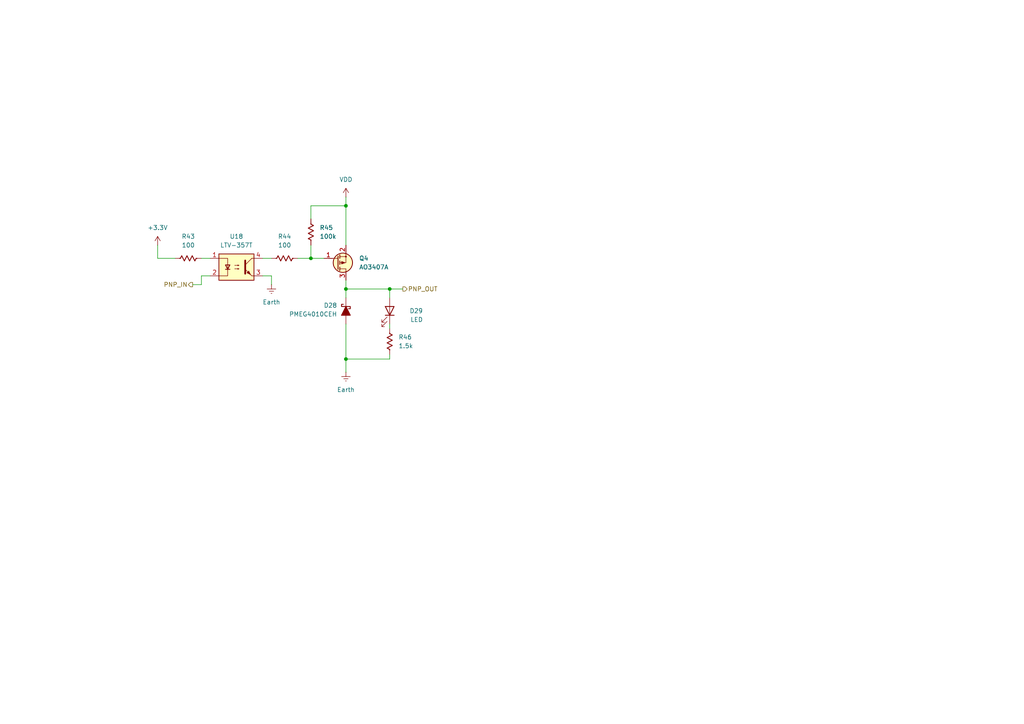
<source format=kicad_sch>
(kicad_sch (version 20250114) (generator "eeschema") (generator_version "9.0")
  (paper "A4")
  (lib_symbols
    (symbol "EasyEDA:+3.3V" (power) (pin_numbers (hide yes)) (pin_names (offset 0) (hide yes))
      (property "Value" "+3.3V" (at 0 3.556 0))
      (symbol "+3.3V_0_1"
        (polyline (pts (xy -0.762 1.27) (xy 0 2.54)))
        (polyline (pts (xy 0 2.54) (xy 0.762 1.27)))
        (polyline (pts (xy 0 0) (xy 0 2.54)))
      )
      (symbol "+3.3V_1_1"
        (pin power_in line (at 0 0 90) (length 0) (name "~") (number "1"))
      )
    )
    (symbol "EasyEDA:AO3407A" (pin_names (hide yes))
      (property "Reference" "Q" (at 5.08 1.27 0))
      (property "Value" "AO3407A" (at 5.08 -1.27 0))
      (symbol "AO3407A_0_1"
        (polyline (pts (xy 0.254 1.27) (xy -2.54 1.27)))
        (polyline (pts (xy 0.254 -1.905) (xy 0.254 1.905)) (stroke (width 0.254)))
        (polyline (pts (xy 0.762 1.778) (xy 2.54 1.778)))
        (polyline (pts (xy 0.762 1.27) (xy 0.762 2.286)) (stroke (width 0.254)))
        (polyline (pts (xy 0.762 -0.508) (xy 0.762 0.508)) (stroke (width 0.254)))
        (polyline (pts (xy 0.762 -1.778) (xy 2.54 -1.778)))
        (polyline (pts (xy 0.762 -2.286) (xy 0.762 -1.27)) (stroke (width 0.254)))
        (polyline (pts (xy 2.286 0) (xy 1.27 -0.381) (xy 1.27 0.381) (xy 2.286 0)) (fill (type outline)))
        (polyline (pts (xy 2.54 2.54) (xy 2.54 0) (xy 0.762 0)))
        (polyline (pts (xy 2.54 -2.54) (xy 2.54 -1.778)))
      )
      (symbol "AO3407A_1_1"
        (circle (center 1.651 0) (radius 2.794) (stroke (width 0.254)) (fill (type background)))
        (circle (center 2.54 1.778) (radius 0.1778) (fill (type outline)))
        (pin input line (at -3.81 1.27 0) (length 2.54) (name "G") (number "1"))
        (pin passive line (at 2.54 5.08 270) (length 2.54) (name "S") (number "2"))
        (pin passive line (at 2.54 -5.08 90) (length 2.54) (name "D") (number "3"))
      )
    )
    (symbol "EasyEDA:LED" (pin_numbers (hide yes)) (pin_names (offset 1.016) (hide yes))
      (property "Reference" "D" (at 0 2.54 0))
      (property "Value" "LED" (at 0 -2.54 0))
      (symbol "LED_0_1"
        (polyline (pts (xy -3.048 -0.762) (xy -4.572 -2.286) (xy -3.81 -2.286) (xy -4.572 -2.286) (xy -4.572 -1.524)))
        (polyline (pts (xy -1.778 -0.762) (xy -3.302 -2.286) (xy -2.54 -2.286) (xy -3.302 -2.286) (xy -3.302 -1.524)))
        (polyline (pts (xy -1.27 0) (xy 1.27 0)))
        (polyline (pts (xy -1.27 -1.27) (xy -1.27 1.27)) (stroke (width 0.254)))
        (polyline (pts (xy 1.27 -1.27) (xy 1.27 1.27) (xy -1.27 0) (xy 1.27 -1.27)) (stroke (width 0.254)))
      )
      (symbol "LED_1_1"
        (pin passive line (at -3.81 0 0) (length 2.54) (name "K") (number "1"))
        (pin passive line (at 3.81 0 180) (length 2.54) (name "A") (number "2"))
      )
    )
    (symbol "EasyEDA:LTV-357T" (pin_names (offset 1.016))
      (property "Reference" "U" (at -5.334 4.826 0))
      (property "Value" "LTV-357T" (at 0 5.08 0))
      (symbol "LTV-357T_0_1"
        (rectangle (start -5.08 3.81) (end 5.08 -3.81) (stroke (width 0.254)) (fill (type background)))
        (polyline (pts (xy -5.08 2.54) (xy -2.54 2.54) (xy -2.54 -0.762)))
        (polyline (pts (xy -3.175 -0.635) (xy -1.905 -0.635)) (stroke (width 0.254)))
        (polyline (pts (xy -2.54 -0.635) (xy -2.54 -2.54) (xy -5.08 -2.54)))
        (polyline (pts (xy -2.54 -0.635) (xy -3.175 0.635) (xy -1.905 0.635) (xy -2.54 -0.635)) (stroke (width 0.254)))
        (polyline (pts (xy -0.508 0.508) (xy 0.762 0.508) (xy 0.381 0.381) (xy 0.381 0.635) (xy 0.762 0.508)))
        (polyline (pts (xy -0.508 -0.508) (xy 0.762 -0.508) (xy 0.381 -0.635) (xy 0.381 -0.381) (xy 0.762 -0.508)))
        (polyline (pts (xy 2.54 1.905) (xy 2.54 -1.905)) (stroke (width 0.508)))
        (polyline (pts (xy 2.54 0.635) (xy 4.445 2.54)))
        (polyline (pts (xy 3.048 -1.651) (xy 3.556 -1.143) (xy 4.064 -2.159) (xy 3.048 -1.651)) (fill (type outline)))
        (polyline (pts (xy 4.445 2.54) (xy 5.08 2.54)))
        (polyline (pts (xy 4.445 -2.54) (xy 2.54 -0.635)) (fill (type outline)))
        (polyline (pts (xy 4.445 -2.54) (xy 5.08 -2.54)))
      )
      (symbol "LTV-357T_1_1"
        (pin passive line (at -7.62 2.54 0) (length 2.54) (name "~") (number "1"))
        (pin passive line (at -7.62 -2.54 0) (length 2.54) (name "~") (number "2"))
        (pin passive line (at 7.62 2.54 180) (length 2.54) (name "~") (number "4"))
        (pin passive line (at 7.62 -2.54 180) (length 2.54) (name "~") (number "3"))
      )
    )
    (symbol "EasyEDA:PMEG4010CEH" (pin_numbers (hide yes)) (pin_names (offset 1.016) (hide yes))
      (property "Reference" "D" (at 0 5.08 0))
      (property "Value" "PMEG4010CEH" (at 0 2.54 0))
      (symbol "PMEG4010CEH_0_1"
        (polyline (pts (xy -1.27 0) (xy 1.27 0)))
        (polyline (pts (xy -1.27 -1.27) (xy -1.27 1.27) (xy 1.27 0) (xy -1.27 -1.27)) (stroke (width 0.254)) (fill (type outline)))
        (polyline (pts (xy 1.905 -0.762) (xy 1.905 -1.27) (xy 1.27 -1.27) (xy 1.27 1.27) (xy 0.635 1.27) (xy 0.635 0.762)) (stroke (width 0.254)))
      )
      (symbol "PMEG4010CEH_0_2"
        (polyline (pts (xy -2.54 -2.54) (xy 2.54 2.54)))
        (polyline (pts (xy -0.889 -0.889) (xy -1.778 0) (xy 0.889 0.889) (xy 0 -1.778) (xy -0.889 -0.889)) (stroke (width 0.254)) (fill (type outline)))
        (polyline (pts (xy 0 1.778) (xy 1.778 0)) (stroke (width 0.254)))
        (polyline (pts (xy 0 1.778) (xy -0.381 1.397) (xy 0 1.016)) (stroke (width 0.254)))
        (polyline (pts (xy 1.778 0) (xy 2.159 0.381) (xy 1.778 0.762)) (stroke (width 0.254)))
      )
      (symbol "PMEG4010CEH_1_1"
        (pin passive line (at -3.81 0 0) (length 2.54) (name "A") (number "2"))
        (pin passive line (at 3.81 0 180) (length 2.54) (name "K") (number "1"))
      )
      (symbol "PMEG4010CEH_1_2"
        (pin passive line (at -2.54 -2.54 0) (length 0) (name "A") (number "2"))
        (pin passive line (at 2.54 2.54 180) (length 0) (name "K") (number "1"))
      )
    )
    (symbol "EasyEDA:R_0603" (pin_numbers (hide yes)) (pin_names (offset 0))
      (property "Reference" "R" (at 2.54 1.27 0))
      (property "Value" "R_0603" (at 2.54 -1.27 0))
      (symbol "R_0603_0_1"
        (polyline (pts (xy 0 2.286) (xy 0 2.54)) (stroke (width 0.254)))
        (polyline (pts (xy 0 2.286) (xy 0.762 1.905) (xy -0.762 1.143) (xy 0 0.762) (xy 0.762 0.381) (xy 0 0) (xy -0.762 -0.381) (xy 0 -0.762) (xy 0.762 -1.143) (xy 0 -1.524) (xy -0.762 -1.905) (xy 0 -2.286)) (stroke (width 0.254)))
        (polyline (pts (xy 0 -2.286) (xy 0 -2.54)) (stroke (width 0.254)))
      )
      (symbol "R_0603_0_2"
        (polyline (pts (xy -2.54 -2.54) (xy -1.778 -1.778)))
        (polyline (pts (xy -1.778 -1.778) (xy -1.524 -1.524)) (stroke (width 0.254)))
        (polyline (pts (xy -1.524 -1.524) (xy -1.778 -0.762) (xy -1.016 -1.016)) (stroke (width 0.254)))
        (polyline (pts (xy -0.508 -0.508) (xy -0.762 0.254) (xy 0 0)) (stroke (width 0.254)))
        (polyline (pts (xy -0.508 -0.508) (xy -0.254 -1.27) (xy -1.016 -1.016)) (stroke (width 0.254)))
        (polyline (pts (xy 0.508 0.508) (xy 0.254 1.27) (xy 1.016 1.016)) (stroke (width 0.254)))
        (polyline (pts (xy 0.508 0.508) (xy 0.762 -0.254) (xy 0 0)) (stroke (width 0.254)))
        (polyline (pts (xy 1.524 1.524) (xy 1.778 0.762) (xy 1.016 1.016)) (stroke (width 0.254)))
        (polyline (pts (xy 1.778 1.778) (xy 1.524 1.524)) (stroke (width 0.254)))
        (polyline (pts (xy 1.778 1.778) (xy 2.54 2.54)))
      )
      (symbol "R_0603_1_1"
        (pin passive line (at 0 3.81 270) (length 1.27) (name "~") (number "1"))
        (pin passive line (at 0 -3.81 90) (length 1.27) (name "~") (number "2"))
      )
      (symbol "R_0603_1_2"
        (pin passive line (at -2.54 -2.54 0) (length 0) (name "") (number "2"))
        (pin passive line (at 2.54 2.54 180) (length 0) (name "") (number "1"))
      )
    )
    (symbol "power:Earth" (power) (pin_numbers (hide yes)) (pin_names (offset 0) (hide yes))
      (property "Value" "Earth" (at 0 -3.81 0))
      (symbol "Earth_0_1"
        (polyline (pts (xy -0.635 -1.905) (xy 0.635 -1.905)))
        (polyline (pts (xy -0.127 -2.54) (xy 0.127 -2.54)))
        (polyline (pts (xy 0 -1.27) (xy 0 0)))
        (polyline (pts (xy 1.27 -1.27) (xy -1.27 -1.27)))
      )
      (symbol "Earth_1_1"
        (pin power_in line (at 0 0 270) (length 0) (name "~") (number "1"))
      )
    )
    (symbol "power:VDD" (power) (pin_numbers (hide yes)) (pin_names (offset 0) (hide yes))
      (property "Value" "VDD" (at 0 3.556 0))
      (symbol "VDD_0_1"
        (polyline (pts (xy -0.762 1.27) (xy 0 2.54)))
        (polyline (pts (xy 0 2.54) (xy 0.762 1.27)))
        (polyline (pts (xy 0 0) (xy 0 2.54)))
      )
      (symbol "VDD_1_1"
        (pin power_in line (at 0 0 90) (length 0) (name "~") (number "1"))
      )
    )
  )
  (junction (at 100.33 104.14))
  (junction (at 90.17 74.93))
  (junction (at 100.33 83.82))
  (junction (at 100.33 59.69))
  (junction (at 113.03 83.82))
  (wire (pts (xy 100.33 81.28) (xy 100.33 83.82)))
  (wire (pts (xy 90.17 74.93) (xy 86.36 74.93)))
  (wire (pts (xy 113.03 102.87) (xy 113.03 104.14)))
  (wire (pts (xy 100.33 57.15) (xy 100.33 59.69)))
  (wire (pts (xy 100.33 59.69) (xy 90.17 59.69)))
  (wire (pts (xy 55.88 82.55) (xy 58.42 82.55)))
  (wire (pts (xy 45.72 74.93) (xy 50.8 74.93)))
  (wire (pts (xy 58.42 74.93) (xy 60.96 74.93)))
  (wire (pts (xy 100.33 93.98) (xy 100.33 104.14)))
  (wire (pts (xy 76.2 74.93) (xy 78.74 74.93)))
  (wire (pts (xy 113.03 83.82) (xy 116.84 83.82)))
  (wire (pts (xy 78.74 82.55) (xy 78.74 80.01)))
  (wire (pts (xy 100.33 83.82) (xy 113.03 83.82)))
  (wire (pts (xy 113.03 83.82) (xy 113.03 86.36)))
  (wire (pts (xy 113.03 93.98) (xy 113.03 95.25)))
  (wire (pts (xy 90.17 59.69) (xy 90.17 63.5)))
  (wire (pts (xy 100.33 104.14) (xy 113.03 104.14)))
  (wire (pts (xy 90.17 74.93) (xy 93.98 74.93)))
  (wire (pts (xy 100.33 83.82) (xy 100.33 86.36)))
  (wire (pts (xy 58.42 82.55) (xy 58.42 80.01)))
  (wire (pts (xy 100.33 59.69) (xy 100.33 71.12)))
  (wire (pts (xy 78.74 80.01) (xy 76.2 80.01)))
  (wire (pts (xy 100.33 104.14) (xy 100.33 107.95)))
  (wire (pts (xy 45.72 71.12) (xy 45.72 74.93)))
  (wire (pts (xy 58.42 80.01) (xy 60.96 80.01)))
  (wire (pts (xy 90.17 71.12) (xy 90.17 74.93)))
  (hierarchical_label "PNP_OUT" (shape output) (at 116.84 83.82 0))
  (hierarchical_label "PNP_IN" (shape output) (at 55.88 82.55 180))
  (symbol (lib_id "power:Earth") (at 100.33 107.95 0) (unit 1)
    (property "Reference" "#PWR042" (effects (hide yes)))
    (property "Value" "Earth" (at 100.33 113.03 0))
    (property "Description" "Power symbol creates a global label with name \"Earth\"" (effects (hide yes)))
    (instances (project "Nivara_PCB" (path "" (reference "#PWR067") (unit 1)) (path "" (reference "#PWR042") (unit 1))))
  )
  (symbol (lib_id "power:Earth") (at 78.74 82.55 0) (unit 1)
    (property "Reference" "#PWR040" (effects (hide yes)))
    (property "Value" "Earth" (at 78.74 87.63 0))
    (property "Description" "Power symbol creates a global label with name \"Earth\"" (effects (hide yes)))
    (instances (project "Nivara_PCB" (path "" (reference "#PWR065") (unit 1)) (path "" (reference "#PWR040") (unit 1))))
  )
  (symbol (lib_id "EasyEDA:PMEG4010CEH") (at 100.33 90.17 270) (mirror x) (unit 1)
    (property "Reference" "D15" (at 97.79 88.5824 90) (effects (justify right)))
    (property "Value" "PMEG4010CEH" (at 97.79 91.1224 90) (effects (justify right)))
    (property "Footprint" "PCM_Diode_SMD_AKL:D_SOD-123F" (effects (hide yes)))
    (property "Datasheet" "https://www.lcsc.com/datasheet/C193342.pdf" (effects (hide yes)))
    (property "Description" "SOD-123F Schottky diode, 40V, 1A, Alternate KiCAD Library" (effects (hide yes)))
    (property "Part #" "PMEG4010CEH,115" (effects (hide yes)))
    (property "LCSC Part" "C193342" (effects (hide yes)))
    (instances (project "Nivara_PCB" (path "" (reference "D28") (unit 1)) (path "" (reference "D15") (unit 1))))
  )
  (symbol (lib_id "EasyEDA:+3.3V") (at 45.72 71.12 0) (unit 1)
    (property "Reference" "#PWR039" (effects (hide yes)))
    (property "Value" "+3.3V" (at 45.72 66.04 0))
    (property "Description" "Power symbol creates a global label with name \"+3.3V\"" (effects (hide yes)))
    (instances (project "Nivara_PCB" (path "" (reference "#PWR064") (unit 1)) (path "" (reference "#PWR039") (unit 1))))
  )
  (symbol (lib_id "EasyEDA:R_0603") (at 82.55 74.93 270) (unit 1)
    (property "Reference" "R22" (at 82.55 68.58 90))
    (property "Value" "100" (at 82.55 71.12 90))
    (property "Footprint" "PCM_Resistor_SMD_AKL:R_0603_1608Metric" (effects (hide yes)))
    (property "Datasheet" "https://www.lcsc.com/datasheet/C105588.pdf" (effects (hide yes)))
    (property "Description" "SMD 0603 Chip Resistor, US Symbol, Alternate KiCad Library" (effects (hide yes)))
    (property "Part #" "0603WAF1000T5E" (effects (hide yes)))
    (property "LCSC Part" "C22775" (effects (hide yes)))
    (instances (project "Nivara_PCB" (path "" (reference "R44") (unit 1)) (path "" (reference "R22") (unit 1))))
  )
  (symbol (lib_id "EasyEDA:AO3407A") (at 97.79 76.2 0) (unit 1)
    (property "Reference" "Q2" (at 104.14 74.9299 0) (effects (justify left)))
    (property "Value" "AO3407A" (at 104.14 77.4699 0) (effects (justify left)))
    (property "Footprint" "PCM_Package_TO_SOT_SMD_AKL:SOT-23" (effects (hide yes)))
    (property "Datasheet" "https://www.lcsc.com/datasheet/C15155.pdf" (effects (hide yes)))
    (property "Description" "SOT-23 P-MOSFET enchancement mode transistor, 30V, 4.3A, 1.4W, Alternate KiCAD Library" (effects (hide yes)))
    (property "Part #" "AO3407A" (effects (hide yes)))
    (property "LCSC Part" "C15155" (effects (hide yes)))
    (instances (project "Nivara_PCB" (path "" (reference "Q4") (unit 1)) (path "" (reference "Q2") (unit 1))))
  )
  (symbol (lib_id "EasyEDA:LED") (at 113.03 90.17 270) (mirror x) (unit 1)
    (property "Reference" "D16" (at 122.682 90.17 90) (effects (justify right)))
    (property "Value" "LED" (at 122.682 92.71 90) (effects (justify right)))
    (property "Footprint" "LED_SMD:LED_0603_1608Metric" (effects (hide yes)))
    (property "Datasheet" "https://www.lcsc.com/datasheet/C440520.pdf" (effects (hide yes)))
    (property "Description" "Light emitting diode" (effects (hide yes)))
    (property "Sim.Pins" "1=K 2=A" (effects (hide yes)))
    (property "LCSC Part" "C12065" (effects (hide yes)))
    (property "Part #" "LTST-C193TGKT-5A" (effects (hide yes)))
    (instances (project "Nivara_PCB" (path "" (reference "D29") (unit 1)) (path "" (reference "D16") (unit 1))))
  )
  (symbol (lib_id "EasyEDA:LTV-357T") (at 68.58 77.47 0) (unit 1)
    (property "Reference" "U11" (at 68.58 68.58 0))
    (property "Value" "LTV-357T" (at 68.58 71.12 0))
    (property "Footprint" "Package_SO:SO-4_4.4x3.6mm_P2.54mm" (effects (hide yes)))
    (property "Datasheet" "https://www.lcsc.com/datasheet/C119091.pdf" (effects (hide yes)))
    (property "Description" "DC Optocoupler, Vce 35V, CTR 50%, SO-4" (effects (hide yes)))
    (property "Part #" "LTV-357T-C" (effects (hide yes)))
    (property "LCSC Part" "C119091" (effects (hide yes)))
    (instances (project "Nivara_PCB" (path "" (reference "U18") (unit 1)) (path "" (reference "U11") (unit 1))))
  )
  (symbol (lib_id "EasyEDA:R_0603") (at 90.17 67.31 0) (unit 1)
    (property "Reference" "R23" (at 92.71 66.0399 0) (effects (justify left)))
    (property "Value" "100k" (at 92.71 68.5799 0) (effects (justify left)))
    (property "Footprint" "PCM_Resistor_SMD_AKL:R_0603_1608Metric" (effects (hide yes)))
    (property "Datasheet" "https://jlcpcb.com/api/file/downloadByFileSystemAccessId/8579706350726930432" (effects (hide yes)))
    (property "Description" "SMD 0603 Chip Resistor, US Symbol, Alternate KiCad Library" (effects (hide yes)))
    (property "Part #" "0603WAF1003T5E" (effects (hide yes)))
    (property "LCSC Part" "C25803" (effects (hide yes)))
    (instances (project "Nivara_PCB" (path "" (reference "R45") (unit 1)) (path "" (reference "R23") (unit 1))))
  )
  (symbol (lib_id "EasyEDA:R_0603") (at 54.61 74.93 90) (unit 1)
    (property "Reference" "R21" (at 54.61 68.58 90))
    (property "Value" "100" (at 54.61 71.12 90))
    (property "Footprint" "PCM_Resistor_SMD_AKL:R_0603_1608Metric" (effects (hide yes)))
    (property "Datasheet" "https://www.lcsc.com/datasheet/C105588.pdf" (effects (hide yes)))
    (property "Description" "SMD 0603 Chip Resistor, US Symbol, Alternate KiCad Library" (effects (hide yes)))
    (property "Part #" "0603WAF1000T5E" (effects (hide yes)))
    (property "LCSC Part" "C22775" (effects (hide yes)))
    (instances (project "Nivara_PCB" (path "" (reference "R43") (unit 1)) (path "" (reference "R21") (unit 1))))
  )
  (symbol (lib_id "EasyEDA:R_0603") (at 113.03 99.06 0) (unit 1)
    (property "Reference" "R24" (at 115.57 97.7899 0) (effects (justify left)))
    (property "Value" "1.5k" (at 115.57 100.3299 0) (effects (justify left)))
    (property "Footprint" "PCM_Resistor_SMD_AKL:R_0603_1608Metric" (effects (hide yes)))
    (property "Datasheet" "https://www.lcsc.com/datasheet/C114668.pdf" (effects (hide yes)))
    (property "Description" "SMD 0603 Chip Resistor, US Symbol, Alternate KiCad Library" (effects (hide yes)))
    (property "Part #" "0603WAF1501T5E" (effects (hide yes)))
    (property "LCSC Part" "C22843" (effects (hide yes)))
    (instances (project "Nivara_PCB" (path "" (reference "R46") (unit 1)) (path "" (reference "R24") (unit 1))))
  )
  (symbol (lib_id "power:VDD") (at 100.33 57.15 0) (unit 1)
    (property "Reference" "#PWR041" (effects (hide yes)))
    (property "Value" "VDD" (at 100.33 52.07 0))
    (property "Description" "Power symbol creates a global label with name \"VDD\"" (effects (hide yes)))
    (instances (project "Nivara_PCB" (path "" (reference "#PWR066") (unit 1)) (path "" (reference "#PWR041") (unit 1))))
  )
)
</source>
